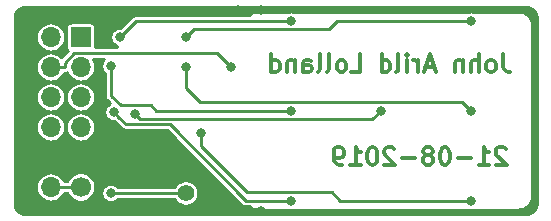
<source format=gbr>
G04 #@! TF.GenerationSoftware,KiCad,Pcbnew,(5.1.2)-2*
G04 #@! TF.CreationDate,2019-08-21T01:30:02+02:00*
G04 #@! TF.ProjectId,pmod-dice2,706d6f64-2d64-4696-9365-322e6b696361,rev?*
G04 #@! TF.SameCoordinates,Original*
G04 #@! TF.FileFunction,Copper,L2,Bot*
G04 #@! TF.FilePolarity,Positive*
%FSLAX46Y46*%
G04 Gerber Fmt 4.6, Leading zero omitted, Abs format (unit mm)*
G04 Created by KiCad (PCBNEW (5.1.2)-2) date 2019-08-21 01:30:02*
%MOMM*%
%LPD*%
G04 APERTURE LIST*
%ADD10C,0.300000*%
%ADD11C,1.400000*%
%ADD12C,1.700000*%
%ADD13O,1.700000X1.700000*%
%ADD14R,1.700000X1.700000*%
%ADD15C,0.800000*%
%ADD16C,0.250000*%
%ADD17C,0.254000*%
G04 APERTURE END LIST*
D10*
X63927714Y-26753428D02*
X63856285Y-26682000D01*
X63713428Y-26610571D01*
X63356285Y-26610571D01*
X63213428Y-26682000D01*
X63142000Y-26753428D01*
X63070571Y-26896285D01*
X63070571Y-27039142D01*
X63142000Y-27253428D01*
X63999142Y-28110571D01*
X63070571Y-28110571D01*
X61642000Y-28110571D02*
X62499142Y-28110571D01*
X62070571Y-28110571D02*
X62070571Y-26610571D01*
X62213428Y-26824857D01*
X62356285Y-26967714D01*
X62499142Y-27039142D01*
X60999142Y-27539142D02*
X59856285Y-27539142D01*
X58856285Y-26610571D02*
X58713428Y-26610571D01*
X58570571Y-26682000D01*
X58499142Y-26753428D01*
X58427714Y-26896285D01*
X58356285Y-27182000D01*
X58356285Y-27539142D01*
X58427714Y-27824857D01*
X58499142Y-27967714D01*
X58570571Y-28039142D01*
X58713428Y-28110571D01*
X58856285Y-28110571D01*
X58999142Y-28039142D01*
X59070571Y-27967714D01*
X59142000Y-27824857D01*
X59213428Y-27539142D01*
X59213428Y-27182000D01*
X59142000Y-26896285D01*
X59070571Y-26753428D01*
X58999142Y-26682000D01*
X58856285Y-26610571D01*
X57499142Y-27253428D02*
X57642000Y-27182000D01*
X57713428Y-27110571D01*
X57784857Y-26967714D01*
X57784857Y-26896285D01*
X57713428Y-26753428D01*
X57642000Y-26682000D01*
X57499142Y-26610571D01*
X57213428Y-26610571D01*
X57070571Y-26682000D01*
X56999142Y-26753428D01*
X56927714Y-26896285D01*
X56927714Y-26967714D01*
X56999142Y-27110571D01*
X57070571Y-27182000D01*
X57213428Y-27253428D01*
X57499142Y-27253428D01*
X57642000Y-27324857D01*
X57713428Y-27396285D01*
X57784857Y-27539142D01*
X57784857Y-27824857D01*
X57713428Y-27967714D01*
X57642000Y-28039142D01*
X57499142Y-28110571D01*
X57213428Y-28110571D01*
X57070571Y-28039142D01*
X56999142Y-27967714D01*
X56927714Y-27824857D01*
X56927714Y-27539142D01*
X56999142Y-27396285D01*
X57070571Y-27324857D01*
X57213428Y-27253428D01*
X56284857Y-27539142D02*
X55142000Y-27539142D01*
X54499142Y-26753428D02*
X54427714Y-26682000D01*
X54284857Y-26610571D01*
X53927714Y-26610571D01*
X53784857Y-26682000D01*
X53713428Y-26753428D01*
X53642000Y-26896285D01*
X53642000Y-27039142D01*
X53713428Y-27253428D01*
X54570571Y-28110571D01*
X53642000Y-28110571D01*
X52713428Y-26610571D02*
X52570571Y-26610571D01*
X52427714Y-26682000D01*
X52356285Y-26753428D01*
X52284857Y-26896285D01*
X52213428Y-27182000D01*
X52213428Y-27539142D01*
X52284857Y-27824857D01*
X52356285Y-27967714D01*
X52427714Y-28039142D01*
X52570571Y-28110571D01*
X52713428Y-28110571D01*
X52856285Y-28039142D01*
X52927714Y-27967714D01*
X52999142Y-27824857D01*
X53070571Y-27539142D01*
X53070571Y-27182000D01*
X52999142Y-26896285D01*
X52927714Y-26753428D01*
X52856285Y-26682000D01*
X52713428Y-26610571D01*
X50784857Y-28110571D02*
X51642000Y-28110571D01*
X51213428Y-28110571D02*
X51213428Y-26610571D01*
X51356285Y-26824857D01*
X51499142Y-26967714D01*
X51642000Y-27039142D01*
X50070571Y-28110571D02*
X49784857Y-28110571D01*
X49642000Y-28039142D01*
X49570571Y-27967714D01*
X49427714Y-27753428D01*
X49356285Y-27467714D01*
X49356285Y-26896285D01*
X49427714Y-26753428D01*
X49499142Y-26682000D01*
X49642000Y-26610571D01*
X49927714Y-26610571D01*
X50070571Y-26682000D01*
X50142000Y-26753428D01*
X50213428Y-26896285D01*
X50213428Y-27253428D01*
X50142000Y-27396285D01*
X50070571Y-27467714D01*
X49927714Y-27539142D01*
X49642000Y-27539142D01*
X49499142Y-27467714D01*
X49427714Y-27396285D01*
X49356285Y-27253428D01*
X63709142Y-18736571D02*
X63709142Y-19808000D01*
X63780571Y-20022285D01*
X63923428Y-20165142D01*
X64137714Y-20236571D01*
X64280571Y-20236571D01*
X62780571Y-20236571D02*
X62923428Y-20165142D01*
X62994857Y-20093714D01*
X63066285Y-19950857D01*
X63066285Y-19522285D01*
X62994857Y-19379428D01*
X62923428Y-19308000D01*
X62780571Y-19236571D01*
X62566285Y-19236571D01*
X62423428Y-19308000D01*
X62352000Y-19379428D01*
X62280571Y-19522285D01*
X62280571Y-19950857D01*
X62352000Y-20093714D01*
X62423428Y-20165142D01*
X62566285Y-20236571D01*
X62780571Y-20236571D01*
X61637714Y-20236571D02*
X61637714Y-18736571D01*
X60994857Y-20236571D02*
X60994857Y-19450857D01*
X61066285Y-19308000D01*
X61209142Y-19236571D01*
X61423428Y-19236571D01*
X61566285Y-19308000D01*
X61637714Y-19379428D01*
X60280571Y-19236571D02*
X60280571Y-20236571D01*
X60280571Y-19379428D02*
X60209142Y-19308000D01*
X60066285Y-19236571D01*
X59852000Y-19236571D01*
X59709142Y-19308000D01*
X59637714Y-19450857D01*
X59637714Y-20236571D01*
X57852000Y-19808000D02*
X57137714Y-19808000D01*
X57994857Y-20236571D02*
X57494857Y-18736571D01*
X56994857Y-20236571D01*
X56494857Y-20236571D02*
X56494857Y-19236571D01*
X56494857Y-19522285D02*
X56423428Y-19379428D01*
X56352000Y-19308000D01*
X56209142Y-19236571D01*
X56066285Y-19236571D01*
X55566285Y-20236571D02*
X55566285Y-19236571D01*
X55566285Y-18736571D02*
X55637714Y-18808000D01*
X55566285Y-18879428D01*
X55494857Y-18808000D01*
X55566285Y-18736571D01*
X55566285Y-18879428D01*
X54637714Y-20236571D02*
X54780571Y-20165142D01*
X54852000Y-20022285D01*
X54852000Y-18736571D01*
X53423428Y-20236571D02*
X53423428Y-18736571D01*
X53423428Y-20165142D02*
X53566285Y-20236571D01*
X53852000Y-20236571D01*
X53994857Y-20165142D01*
X54066285Y-20093714D01*
X54137714Y-19950857D01*
X54137714Y-19522285D01*
X54066285Y-19379428D01*
X53994857Y-19308000D01*
X53852000Y-19236571D01*
X53566285Y-19236571D01*
X53423428Y-19308000D01*
X50852000Y-20236571D02*
X51566285Y-20236571D01*
X51566285Y-18736571D01*
X50137714Y-20236571D02*
X50280571Y-20165142D01*
X50352000Y-20093714D01*
X50423428Y-19950857D01*
X50423428Y-19522285D01*
X50352000Y-19379428D01*
X50280571Y-19308000D01*
X50137714Y-19236571D01*
X49923428Y-19236571D01*
X49780571Y-19308000D01*
X49709142Y-19379428D01*
X49637714Y-19522285D01*
X49637714Y-19950857D01*
X49709142Y-20093714D01*
X49780571Y-20165142D01*
X49923428Y-20236571D01*
X50137714Y-20236571D01*
X48780571Y-20236571D02*
X48923428Y-20165142D01*
X48994857Y-20022285D01*
X48994857Y-18736571D01*
X47994857Y-20236571D02*
X48137714Y-20165142D01*
X48209142Y-20022285D01*
X48209142Y-18736571D01*
X46780571Y-20236571D02*
X46780571Y-19450857D01*
X46852000Y-19308000D01*
X46994857Y-19236571D01*
X47280571Y-19236571D01*
X47423428Y-19308000D01*
X46780571Y-20165142D02*
X46923428Y-20236571D01*
X47280571Y-20236571D01*
X47423428Y-20165142D01*
X47494857Y-20022285D01*
X47494857Y-19879428D01*
X47423428Y-19736571D01*
X47280571Y-19665142D01*
X46923428Y-19665142D01*
X46780571Y-19593714D01*
X46066285Y-19236571D02*
X46066285Y-20236571D01*
X46066285Y-19379428D02*
X45994857Y-19308000D01*
X45852000Y-19236571D01*
X45637714Y-19236571D01*
X45494857Y-19308000D01*
X45423428Y-19450857D01*
X45423428Y-20236571D01*
X44066285Y-20236571D02*
X44066285Y-18736571D01*
X44066285Y-20165142D02*
X44209142Y-20236571D01*
X44494857Y-20236571D01*
X44637714Y-20165142D01*
X44709142Y-20093714D01*
X44780571Y-19950857D01*
X44780571Y-19522285D01*
X44709142Y-19379428D01*
X44637714Y-19308000D01*
X44494857Y-19236571D01*
X44209142Y-19236571D01*
X44066285Y-19308000D01*
D11*
X36830000Y-27940000D03*
X36830000Y-30480000D03*
D12*
X27940000Y-29972000D03*
D13*
X25400000Y-29972000D03*
X27940000Y-27432000D03*
X25400000Y-27432000D03*
X27940000Y-24892000D03*
X25400000Y-24892000D03*
X27940000Y-22352000D03*
X25400000Y-22352000D03*
X27940000Y-19812000D03*
X25400000Y-19812000D03*
D14*
X27940000Y-17272000D03*
D13*
X25400000Y-17272000D03*
D15*
X43180000Y-14986000D03*
X41275000Y-14986000D03*
X41275000Y-32004000D03*
X43180000Y-32004000D03*
X30480000Y-30480000D03*
X31242000Y-17272000D03*
X36830000Y-19812000D03*
X60960000Y-23495000D03*
X45720000Y-15875000D03*
X45720000Y-23495000D03*
X30480000Y-19712600D03*
X45720000Y-31115000D03*
X30734000Y-23622000D03*
X32518200Y-23793500D03*
X53340000Y-23495000D03*
X60960000Y-15875000D03*
X36830000Y-17272000D03*
X60960000Y-31115000D03*
X38100000Y-25400000D03*
X40681500Y-19812000D03*
D16*
X36830000Y-30480000D02*
X35840051Y-30480000D01*
X35840051Y-30480000D02*
X30480000Y-30480000D01*
X26602081Y-27432000D02*
X27940000Y-27432000D01*
X25400000Y-27432000D02*
X26602081Y-27432000D01*
X32639000Y-15875000D02*
X31242000Y-17272000D01*
X45720000Y-15875000D02*
X32639000Y-15875000D01*
X45720000Y-23495000D02*
X38735000Y-23495000D01*
X38735000Y-23495000D02*
X34290000Y-23495000D01*
X33863499Y-23068499D02*
X31323499Y-23068499D01*
X34290000Y-23495000D02*
X33863499Y-23068499D01*
X31323499Y-23068499D02*
X30480000Y-22225000D01*
X30480000Y-22225000D02*
X30480000Y-19712600D01*
X31133999Y-24021999D02*
X30734000Y-23622000D01*
X31784310Y-24672310D02*
X31133999Y-24021999D01*
X35467310Y-24672310D02*
X31784310Y-24672310D01*
X41910000Y-31115000D02*
X35467310Y-24672310D01*
X45720000Y-31115000D02*
X41910000Y-31115000D01*
X53340000Y-23495000D02*
X52612700Y-24222300D01*
X52612700Y-24222300D02*
X32947000Y-24222300D01*
X32947000Y-24222300D02*
X32518200Y-23793500D01*
X60960000Y-15875000D02*
X49657000Y-15875000D01*
X48931999Y-16600001D02*
X37501999Y-16600001D01*
X49657000Y-15875000D02*
X48931999Y-16600001D01*
X37501999Y-16600001D02*
X36830000Y-17272000D01*
X60234999Y-22769999D02*
X60960000Y-23495000D01*
X38009999Y-22769999D02*
X60234999Y-22769999D01*
X36830000Y-19812000D02*
X36830000Y-21590000D01*
X36830000Y-21590000D02*
X38009999Y-22769999D01*
X60960000Y-31115000D02*
X49911000Y-31115000D01*
X49185999Y-30389999D02*
X42000001Y-30389999D01*
X49911000Y-31115000D02*
X49185999Y-30389999D01*
X42000001Y-30389999D02*
X38100000Y-26489998D01*
X38100000Y-26489998D02*
X38100000Y-25400000D01*
X26602081Y-29972000D02*
X27940000Y-29972000D01*
X25400000Y-29972000D02*
X26602081Y-29972000D01*
X26575300Y-19812000D02*
X26575300Y-19444600D01*
X26575300Y-19444600D02*
X27383200Y-18636700D01*
X27383200Y-18636700D02*
X39506200Y-18636700D01*
X39506200Y-18636700D02*
X40681500Y-19812000D01*
X25400000Y-19812000D02*
X26575300Y-19812000D01*
D17*
G36*
X65845189Y-14749376D02*
G01*
X66008850Y-14799022D01*
X66159672Y-14879638D01*
X66291870Y-14988130D01*
X66400362Y-15120328D01*
X66480978Y-15271150D01*
X66530624Y-15434811D01*
X66548000Y-15611234D01*
X66548000Y-31378766D01*
X66530624Y-31555189D01*
X66480978Y-31718850D01*
X66400362Y-31869672D01*
X66291870Y-32001870D01*
X66159672Y-32110362D01*
X66008850Y-32190978D01*
X65845189Y-32240624D01*
X65668766Y-32258000D01*
X23231234Y-32258000D01*
X23054811Y-32240624D01*
X22891150Y-32190978D01*
X22740328Y-32110362D01*
X22608130Y-32001870D01*
X22499638Y-31869672D01*
X22419022Y-31718850D01*
X22369376Y-31555189D01*
X22352000Y-31378766D01*
X22352000Y-29972000D01*
X24163044Y-29972000D01*
X24186812Y-30213318D01*
X24257202Y-30445363D01*
X24371509Y-30659216D01*
X24525340Y-30846660D01*
X24712784Y-31000491D01*
X24926637Y-31114798D01*
X25158682Y-31185188D01*
X25339528Y-31203000D01*
X25460472Y-31203000D01*
X25641318Y-31185188D01*
X25873363Y-31114798D01*
X26087216Y-31000491D01*
X26274660Y-30846660D01*
X26428491Y-30659216D01*
X26525353Y-30478000D01*
X26817168Y-30478000D01*
X26849102Y-30555097D01*
X26983820Y-30756717D01*
X27155283Y-30928180D01*
X27356903Y-31062898D01*
X27580931Y-31155693D01*
X27818757Y-31203000D01*
X28061243Y-31203000D01*
X28299069Y-31155693D01*
X28523097Y-31062898D01*
X28724717Y-30928180D01*
X28896180Y-30756717D01*
X29030898Y-30555097D01*
X29093866Y-30403078D01*
X29699000Y-30403078D01*
X29699000Y-30556922D01*
X29729013Y-30707809D01*
X29787887Y-30849942D01*
X29873358Y-30977859D01*
X29982141Y-31086642D01*
X30110058Y-31172113D01*
X30252191Y-31230987D01*
X30403078Y-31261000D01*
X30556922Y-31261000D01*
X30707809Y-31230987D01*
X30849942Y-31172113D01*
X30977859Y-31086642D01*
X31078501Y-30986000D01*
X35869527Y-30986000D01*
X35872031Y-30992045D01*
X35990333Y-31169097D01*
X36140903Y-31319667D01*
X36317955Y-31437969D01*
X36514684Y-31519457D01*
X36723531Y-31561000D01*
X36936469Y-31561000D01*
X37145316Y-31519457D01*
X37342045Y-31437969D01*
X37519097Y-31319667D01*
X37669667Y-31169097D01*
X37787969Y-30992045D01*
X37869457Y-30795316D01*
X37911000Y-30586469D01*
X37911000Y-30373531D01*
X37869457Y-30164684D01*
X37787969Y-29967955D01*
X37669667Y-29790903D01*
X37519097Y-29640333D01*
X37342045Y-29522031D01*
X37145316Y-29440543D01*
X36936469Y-29399000D01*
X36723531Y-29399000D01*
X36514684Y-29440543D01*
X36317955Y-29522031D01*
X36140903Y-29640333D01*
X35990333Y-29790903D01*
X35872031Y-29967955D01*
X35869527Y-29974000D01*
X31078501Y-29974000D01*
X30977859Y-29873358D01*
X30849942Y-29787887D01*
X30707809Y-29729013D01*
X30556922Y-29699000D01*
X30403078Y-29699000D01*
X30252191Y-29729013D01*
X30110058Y-29787887D01*
X29982141Y-29873358D01*
X29873358Y-29982141D01*
X29787887Y-30110058D01*
X29729013Y-30252191D01*
X29699000Y-30403078D01*
X29093866Y-30403078D01*
X29123693Y-30331069D01*
X29171000Y-30093243D01*
X29171000Y-29850757D01*
X29123693Y-29612931D01*
X29030898Y-29388903D01*
X28896180Y-29187283D01*
X28724717Y-29015820D01*
X28523097Y-28881102D01*
X28299069Y-28788307D01*
X28061243Y-28741000D01*
X27818757Y-28741000D01*
X27580931Y-28788307D01*
X27356903Y-28881102D01*
X27155283Y-29015820D01*
X26983820Y-29187283D01*
X26849102Y-29388903D01*
X26817168Y-29466000D01*
X26525353Y-29466000D01*
X26428491Y-29284784D01*
X26274660Y-29097340D01*
X26087216Y-28943509D01*
X25873363Y-28829202D01*
X25641318Y-28758812D01*
X25460472Y-28741000D01*
X25339528Y-28741000D01*
X25158682Y-28758812D01*
X24926637Y-28829202D01*
X24712784Y-28943509D01*
X24525340Y-29097340D01*
X24371509Y-29284784D01*
X24257202Y-29498637D01*
X24186812Y-29730682D01*
X24163044Y-29972000D01*
X22352000Y-29972000D01*
X22352000Y-24892000D01*
X24163044Y-24892000D01*
X24186812Y-25133318D01*
X24257202Y-25365363D01*
X24371509Y-25579216D01*
X24525340Y-25766660D01*
X24712784Y-25920491D01*
X24926637Y-26034798D01*
X25158682Y-26105188D01*
X25339528Y-26123000D01*
X25460472Y-26123000D01*
X25641318Y-26105188D01*
X25873363Y-26034798D01*
X26087216Y-25920491D01*
X26274660Y-25766660D01*
X26428491Y-25579216D01*
X26542798Y-25365363D01*
X26613188Y-25133318D01*
X26636956Y-24892000D01*
X26703044Y-24892000D01*
X26726812Y-25133318D01*
X26797202Y-25365363D01*
X26911509Y-25579216D01*
X27065340Y-25766660D01*
X27252784Y-25920491D01*
X27466637Y-26034798D01*
X27698682Y-26105188D01*
X27879528Y-26123000D01*
X28000472Y-26123000D01*
X28181318Y-26105188D01*
X28413363Y-26034798D01*
X28627216Y-25920491D01*
X28814660Y-25766660D01*
X28968491Y-25579216D01*
X29082798Y-25365363D01*
X29153188Y-25133318D01*
X29176956Y-24892000D01*
X29153188Y-24650682D01*
X29082798Y-24418637D01*
X28968491Y-24204784D01*
X28814660Y-24017340D01*
X28627216Y-23863509D01*
X28413363Y-23749202D01*
X28181318Y-23678812D01*
X28000472Y-23661000D01*
X27879528Y-23661000D01*
X27698682Y-23678812D01*
X27466637Y-23749202D01*
X27252784Y-23863509D01*
X27065340Y-24017340D01*
X26911509Y-24204784D01*
X26797202Y-24418637D01*
X26726812Y-24650682D01*
X26703044Y-24892000D01*
X26636956Y-24892000D01*
X26613188Y-24650682D01*
X26542798Y-24418637D01*
X26428491Y-24204784D01*
X26274660Y-24017340D01*
X26087216Y-23863509D01*
X25873363Y-23749202D01*
X25641318Y-23678812D01*
X25460472Y-23661000D01*
X25339528Y-23661000D01*
X25158682Y-23678812D01*
X24926637Y-23749202D01*
X24712784Y-23863509D01*
X24525340Y-24017340D01*
X24371509Y-24204784D01*
X24257202Y-24418637D01*
X24186812Y-24650682D01*
X24163044Y-24892000D01*
X22352000Y-24892000D01*
X22352000Y-22352000D01*
X24163044Y-22352000D01*
X24186812Y-22593318D01*
X24257202Y-22825363D01*
X24371509Y-23039216D01*
X24525340Y-23226660D01*
X24712784Y-23380491D01*
X24926637Y-23494798D01*
X25158682Y-23565188D01*
X25339528Y-23583000D01*
X25460472Y-23583000D01*
X25641318Y-23565188D01*
X25873363Y-23494798D01*
X26087216Y-23380491D01*
X26274660Y-23226660D01*
X26428491Y-23039216D01*
X26542798Y-22825363D01*
X26613188Y-22593318D01*
X26636956Y-22352000D01*
X26703044Y-22352000D01*
X26726812Y-22593318D01*
X26797202Y-22825363D01*
X26911509Y-23039216D01*
X27065340Y-23226660D01*
X27252784Y-23380491D01*
X27466637Y-23494798D01*
X27698682Y-23565188D01*
X27879528Y-23583000D01*
X28000472Y-23583000D01*
X28181318Y-23565188D01*
X28413363Y-23494798D01*
X28627216Y-23380491D01*
X28814660Y-23226660D01*
X28968491Y-23039216D01*
X29082798Y-22825363D01*
X29153188Y-22593318D01*
X29176956Y-22352000D01*
X29153188Y-22110682D01*
X29082798Y-21878637D01*
X28968491Y-21664784D01*
X28814660Y-21477340D01*
X28627216Y-21323509D01*
X28413363Y-21209202D01*
X28181318Y-21138812D01*
X28000472Y-21121000D01*
X27879528Y-21121000D01*
X27698682Y-21138812D01*
X27466637Y-21209202D01*
X27252784Y-21323509D01*
X27065340Y-21477340D01*
X26911509Y-21664784D01*
X26797202Y-21878637D01*
X26726812Y-22110682D01*
X26703044Y-22352000D01*
X26636956Y-22352000D01*
X26613188Y-22110682D01*
X26542798Y-21878637D01*
X26428491Y-21664784D01*
X26274660Y-21477340D01*
X26087216Y-21323509D01*
X25873363Y-21209202D01*
X25641318Y-21138812D01*
X25460472Y-21121000D01*
X25339528Y-21121000D01*
X25158682Y-21138812D01*
X24926637Y-21209202D01*
X24712784Y-21323509D01*
X24525340Y-21477340D01*
X24371509Y-21664784D01*
X24257202Y-21878637D01*
X24186812Y-22110682D01*
X24163044Y-22352000D01*
X22352000Y-22352000D01*
X22352000Y-19812000D01*
X24163044Y-19812000D01*
X24186812Y-20053318D01*
X24257202Y-20285363D01*
X24371509Y-20499216D01*
X24525340Y-20686660D01*
X24712784Y-20840491D01*
X24926637Y-20954798D01*
X25158682Y-21025188D01*
X25339528Y-21043000D01*
X25460472Y-21043000D01*
X25641318Y-21025188D01*
X25873363Y-20954798D01*
X26087216Y-20840491D01*
X26274660Y-20686660D01*
X26428491Y-20499216D01*
X26525353Y-20318000D01*
X26550446Y-20318000D01*
X26575300Y-20320448D01*
X26600154Y-20318000D01*
X26674493Y-20310678D01*
X26769875Y-20281745D01*
X26792445Y-20269681D01*
X26797202Y-20285363D01*
X26911509Y-20499216D01*
X27065340Y-20686660D01*
X27252784Y-20840491D01*
X27466637Y-20954798D01*
X27698682Y-21025188D01*
X27879528Y-21043000D01*
X28000472Y-21043000D01*
X28181318Y-21025188D01*
X28413363Y-20954798D01*
X28627216Y-20840491D01*
X28814660Y-20686660D01*
X28968491Y-20499216D01*
X29082798Y-20285363D01*
X29153188Y-20053318D01*
X29176956Y-19812000D01*
X29153188Y-19570682D01*
X29082798Y-19338637D01*
X28978067Y-19142700D01*
X29945399Y-19142700D01*
X29873358Y-19214741D01*
X29787887Y-19342658D01*
X29729013Y-19484791D01*
X29699000Y-19635678D01*
X29699000Y-19789522D01*
X29729013Y-19940409D01*
X29787887Y-20082542D01*
X29873358Y-20210459D01*
X29974001Y-20311102D01*
X29974000Y-22200154D01*
X29971553Y-22225000D01*
X29974000Y-22249846D01*
X29974000Y-22249853D01*
X29981322Y-22324192D01*
X30010255Y-22419574D01*
X30057241Y-22507479D01*
X30120473Y-22584527D01*
X30139785Y-22600376D01*
X30438472Y-22899063D01*
X30364058Y-22929887D01*
X30236141Y-23015358D01*
X30127358Y-23124141D01*
X30041887Y-23252058D01*
X29983013Y-23394191D01*
X29953000Y-23545078D01*
X29953000Y-23698922D01*
X29983013Y-23849809D01*
X30041887Y-23991942D01*
X30127358Y-24119859D01*
X30236141Y-24228642D01*
X30364058Y-24314113D01*
X30506191Y-24372987D01*
X30657078Y-24403000D01*
X30799409Y-24403000D01*
X31408938Y-25012530D01*
X31424783Y-25031837D01*
X31501831Y-25095069D01*
X31589735Y-25142055D01*
X31685117Y-25170988D01*
X31784310Y-25180758D01*
X31809164Y-25178310D01*
X35257719Y-25178310D01*
X41534628Y-31455220D01*
X41550473Y-31474527D01*
X41627521Y-31537759D01*
X41715425Y-31584745D01*
X41810807Y-31613678D01*
X41910000Y-31623448D01*
X41934854Y-31621000D01*
X42202406Y-31621000D01*
X42273862Y-31679642D01*
X42294563Y-31693474D01*
X42467450Y-31785884D01*
X42490451Y-31795412D01*
X42678044Y-31852317D01*
X42702462Y-31857173D01*
X42897552Y-31876388D01*
X42910000Y-31877000D01*
X45547558Y-31877000D01*
X45643078Y-31896000D01*
X45796922Y-31896000D01*
X45892442Y-31877000D01*
X60787558Y-31877000D01*
X60883078Y-31896000D01*
X61036922Y-31896000D01*
X61132442Y-31877000D01*
X65040000Y-31877000D01*
X65052448Y-31876388D01*
X65247538Y-31857173D01*
X65271956Y-31852317D01*
X65459549Y-31795412D01*
X65482550Y-31785884D01*
X65655437Y-31693474D01*
X65676138Y-31679642D01*
X65827675Y-31555279D01*
X65845279Y-31537675D01*
X65969642Y-31386138D01*
X65983474Y-31365437D01*
X66075884Y-31192550D01*
X66085412Y-31169549D01*
X66142317Y-30981956D01*
X66147173Y-30957538D01*
X66166388Y-30762448D01*
X66167000Y-30750000D01*
X66167000Y-16240000D01*
X66166388Y-16227552D01*
X66147173Y-16032462D01*
X66142317Y-16008044D01*
X66085412Y-15820451D01*
X66075884Y-15797450D01*
X65983474Y-15624563D01*
X65969642Y-15603862D01*
X65845279Y-15452325D01*
X65827675Y-15434721D01*
X65676138Y-15310358D01*
X65655437Y-15296526D01*
X65482550Y-15204116D01*
X65459549Y-15194588D01*
X65271956Y-15137683D01*
X65247538Y-15132827D01*
X65052448Y-15113612D01*
X65040000Y-15113000D01*
X61132442Y-15113000D01*
X61036922Y-15094000D01*
X60883078Y-15094000D01*
X60787558Y-15113000D01*
X45892442Y-15113000D01*
X45796922Y-15094000D01*
X45643078Y-15094000D01*
X45547558Y-15113000D01*
X42910000Y-15113000D01*
X42897552Y-15113612D01*
X42702462Y-15132827D01*
X42678044Y-15137683D01*
X42490451Y-15194588D01*
X42467450Y-15204116D01*
X42294563Y-15296526D01*
X42273862Y-15310358D01*
X42202406Y-15369000D01*
X32663845Y-15369000D01*
X32638999Y-15366553D01*
X32614153Y-15369000D01*
X32614146Y-15369000D01*
X32549694Y-15375348D01*
X32539806Y-15376322D01*
X32523841Y-15381165D01*
X32444425Y-15405255D01*
X32356521Y-15452241D01*
X32279473Y-15515473D01*
X32263628Y-15534780D01*
X31307409Y-16491000D01*
X31165078Y-16491000D01*
X31014191Y-16521013D01*
X30872058Y-16579887D01*
X30744141Y-16665358D01*
X30635358Y-16774141D01*
X30549887Y-16902058D01*
X30491013Y-17044191D01*
X30461000Y-17195078D01*
X30461000Y-17348922D01*
X30491013Y-17499809D01*
X30549887Y-17641942D01*
X30635358Y-17769859D01*
X30744141Y-17878642D01*
X30872058Y-17964113D01*
X30988000Y-18012138D01*
X30988000Y-18130700D01*
X29171986Y-18130700D01*
X29172843Y-18122000D01*
X29172843Y-16422000D01*
X29165487Y-16347311D01*
X29143701Y-16275492D01*
X29108322Y-16209304D01*
X29060711Y-16151289D01*
X29002696Y-16103678D01*
X28936508Y-16068299D01*
X28864689Y-16046513D01*
X28790000Y-16039157D01*
X27090000Y-16039157D01*
X27015311Y-16046513D01*
X26943492Y-16068299D01*
X26877304Y-16103678D01*
X26819289Y-16151289D01*
X26771678Y-16209304D01*
X26736299Y-16275492D01*
X26714513Y-16347311D01*
X26707157Y-16422000D01*
X26707157Y-18122000D01*
X26714513Y-18196689D01*
X26736299Y-18268508D01*
X26771678Y-18334696D01*
X26819289Y-18392711D01*
X26869989Y-18434319D01*
X26316269Y-18988040D01*
X26274660Y-18937340D01*
X26087216Y-18783509D01*
X25873363Y-18669202D01*
X25641318Y-18598812D01*
X25460472Y-18581000D01*
X25339528Y-18581000D01*
X25158682Y-18598812D01*
X24926637Y-18669202D01*
X24712784Y-18783509D01*
X24525340Y-18937340D01*
X24371509Y-19124784D01*
X24257202Y-19338637D01*
X24186812Y-19570682D01*
X24163044Y-19812000D01*
X22352000Y-19812000D01*
X22352000Y-17272000D01*
X24163044Y-17272000D01*
X24186812Y-17513318D01*
X24257202Y-17745363D01*
X24371509Y-17959216D01*
X24525340Y-18146660D01*
X24712784Y-18300491D01*
X24926637Y-18414798D01*
X25158682Y-18485188D01*
X25339528Y-18503000D01*
X25460472Y-18503000D01*
X25641318Y-18485188D01*
X25873363Y-18414798D01*
X26087216Y-18300491D01*
X26274660Y-18146660D01*
X26428491Y-17959216D01*
X26542798Y-17745363D01*
X26613188Y-17513318D01*
X26636956Y-17272000D01*
X26613188Y-17030682D01*
X26542798Y-16798637D01*
X26428491Y-16584784D01*
X26274660Y-16397340D01*
X26087216Y-16243509D01*
X25873363Y-16129202D01*
X25641318Y-16058812D01*
X25460472Y-16041000D01*
X25339528Y-16041000D01*
X25158682Y-16058812D01*
X24926637Y-16129202D01*
X24712784Y-16243509D01*
X24525340Y-16397340D01*
X24371509Y-16584784D01*
X24257202Y-16798637D01*
X24186812Y-17030682D01*
X24163044Y-17272000D01*
X22352000Y-17272000D01*
X22352000Y-15611234D01*
X22369376Y-15434811D01*
X22419022Y-15271150D01*
X22499638Y-15120328D01*
X22608130Y-14988130D01*
X22740328Y-14879638D01*
X22891150Y-14799022D01*
X23054811Y-14749376D01*
X23231234Y-14732000D01*
X65668766Y-14732000D01*
X65845189Y-14749376D01*
X65845189Y-14749376D01*
G37*
X65845189Y-14749376D02*
X66008850Y-14799022D01*
X66159672Y-14879638D01*
X66291870Y-14988130D01*
X66400362Y-15120328D01*
X66480978Y-15271150D01*
X66530624Y-15434811D01*
X66548000Y-15611234D01*
X66548000Y-31378766D01*
X66530624Y-31555189D01*
X66480978Y-31718850D01*
X66400362Y-31869672D01*
X66291870Y-32001870D01*
X66159672Y-32110362D01*
X66008850Y-32190978D01*
X65845189Y-32240624D01*
X65668766Y-32258000D01*
X23231234Y-32258000D01*
X23054811Y-32240624D01*
X22891150Y-32190978D01*
X22740328Y-32110362D01*
X22608130Y-32001870D01*
X22499638Y-31869672D01*
X22419022Y-31718850D01*
X22369376Y-31555189D01*
X22352000Y-31378766D01*
X22352000Y-29972000D01*
X24163044Y-29972000D01*
X24186812Y-30213318D01*
X24257202Y-30445363D01*
X24371509Y-30659216D01*
X24525340Y-30846660D01*
X24712784Y-31000491D01*
X24926637Y-31114798D01*
X25158682Y-31185188D01*
X25339528Y-31203000D01*
X25460472Y-31203000D01*
X25641318Y-31185188D01*
X25873363Y-31114798D01*
X26087216Y-31000491D01*
X26274660Y-30846660D01*
X26428491Y-30659216D01*
X26525353Y-30478000D01*
X26817168Y-30478000D01*
X26849102Y-30555097D01*
X26983820Y-30756717D01*
X27155283Y-30928180D01*
X27356903Y-31062898D01*
X27580931Y-31155693D01*
X27818757Y-31203000D01*
X28061243Y-31203000D01*
X28299069Y-31155693D01*
X28523097Y-31062898D01*
X28724717Y-30928180D01*
X28896180Y-30756717D01*
X29030898Y-30555097D01*
X29093866Y-30403078D01*
X29699000Y-30403078D01*
X29699000Y-30556922D01*
X29729013Y-30707809D01*
X29787887Y-30849942D01*
X29873358Y-30977859D01*
X29982141Y-31086642D01*
X30110058Y-31172113D01*
X30252191Y-31230987D01*
X30403078Y-31261000D01*
X30556922Y-31261000D01*
X30707809Y-31230987D01*
X30849942Y-31172113D01*
X30977859Y-31086642D01*
X31078501Y-30986000D01*
X35869527Y-30986000D01*
X35872031Y-30992045D01*
X35990333Y-31169097D01*
X36140903Y-31319667D01*
X36317955Y-31437969D01*
X36514684Y-31519457D01*
X36723531Y-31561000D01*
X36936469Y-31561000D01*
X37145316Y-31519457D01*
X37342045Y-31437969D01*
X37519097Y-31319667D01*
X37669667Y-31169097D01*
X37787969Y-30992045D01*
X37869457Y-30795316D01*
X37911000Y-30586469D01*
X37911000Y-30373531D01*
X37869457Y-30164684D01*
X37787969Y-29967955D01*
X37669667Y-29790903D01*
X37519097Y-29640333D01*
X37342045Y-29522031D01*
X37145316Y-29440543D01*
X36936469Y-29399000D01*
X36723531Y-29399000D01*
X36514684Y-29440543D01*
X36317955Y-29522031D01*
X36140903Y-29640333D01*
X35990333Y-29790903D01*
X35872031Y-29967955D01*
X35869527Y-29974000D01*
X31078501Y-29974000D01*
X30977859Y-29873358D01*
X30849942Y-29787887D01*
X30707809Y-29729013D01*
X30556922Y-29699000D01*
X30403078Y-29699000D01*
X30252191Y-29729013D01*
X30110058Y-29787887D01*
X29982141Y-29873358D01*
X29873358Y-29982141D01*
X29787887Y-30110058D01*
X29729013Y-30252191D01*
X29699000Y-30403078D01*
X29093866Y-30403078D01*
X29123693Y-30331069D01*
X29171000Y-30093243D01*
X29171000Y-29850757D01*
X29123693Y-29612931D01*
X29030898Y-29388903D01*
X28896180Y-29187283D01*
X28724717Y-29015820D01*
X28523097Y-28881102D01*
X28299069Y-28788307D01*
X28061243Y-28741000D01*
X27818757Y-28741000D01*
X27580931Y-28788307D01*
X27356903Y-28881102D01*
X27155283Y-29015820D01*
X26983820Y-29187283D01*
X26849102Y-29388903D01*
X26817168Y-29466000D01*
X26525353Y-29466000D01*
X26428491Y-29284784D01*
X26274660Y-29097340D01*
X26087216Y-28943509D01*
X25873363Y-28829202D01*
X25641318Y-28758812D01*
X25460472Y-28741000D01*
X25339528Y-28741000D01*
X25158682Y-28758812D01*
X24926637Y-28829202D01*
X24712784Y-28943509D01*
X24525340Y-29097340D01*
X24371509Y-29284784D01*
X24257202Y-29498637D01*
X24186812Y-29730682D01*
X24163044Y-29972000D01*
X22352000Y-29972000D01*
X22352000Y-24892000D01*
X24163044Y-24892000D01*
X24186812Y-25133318D01*
X24257202Y-25365363D01*
X24371509Y-25579216D01*
X24525340Y-25766660D01*
X24712784Y-25920491D01*
X24926637Y-26034798D01*
X25158682Y-26105188D01*
X25339528Y-26123000D01*
X25460472Y-26123000D01*
X25641318Y-26105188D01*
X25873363Y-26034798D01*
X26087216Y-25920491D01*
X26274660Y-25766660D01*
X26428491Y-25579216D01*
X26542798Y-25365363D01*
X26613188Y-25133318D01*
X26636956Y-24892000D01*
X26703044Y-24892000D01*
X26726812Y-25133318D01*
X26797202Y-25365363D01*
X26911509Y-25579216D01*
X27065340Y-25766660D01*
X27252784Y-25920491D01*
X27466637Y-26034798D01*
X27698682Y-26105188D01*
X27879528Y-26123000D01*
X28000472Y-26123000D01*
X28181318Y-26105188D01*
X28413363Y-26034798D01*
X28627216Y-25920491D01*
X28814660Y-25766660D01*
X28968491Y-25579216D01*
X29082798Y-25365363D01*
X29153188Y-25133318D01*
X29176956Y-24892000D01*
X29153188Y-24650682D01*
X29082798Y-24418637D01*
X28968491Y-24204784D01*
X28814660Y-24017340D01*
X28627216Y-23863509D01*
X28413363Y-23749202D01*
X28181318Y-23678812D01*
X28000472Y-23661000D01*
X27879528Y-23661000D01*
X27698682Y-23678812D01*
X27466637Y-23749202D01*
X27252784Y-23863509D01*
X27065340Y-24017340D01*
X26911509Y-24204784D01*
X26797202Y-24418637D01*
X26726812Y-24650682D01*
X26703044Y-24892000D01*
X26636956Y-24892000D01*
X26613188Y-24650682D01*
X26542798Y-24418637D01*
X26428491Y-24204784D01*
X26274660Y-24017340D01*
X26087216Y-23863509D01*
X25873363Y-23749202D01*
X25641318Y-23678812D01*
X25460472Y-23661000D01*
X25339528Y-23661000D01*
X25158682Y-23678812D01*
X24926637Y-23749202D01*
X24712784Y-23863509D01*
X24525340Y-24017340D01*
X24371509Y-24204784D01*
X24257202Y-24418637D01*
X24186812Y-24650682D01*
X24163044Y-24892000D01*
X22352000Y-24892000D01*
X22352000Y-22352000D01*
X24163044Y-22352000D01*
X24186812Y-22593318D01*
X24257202Y-22825363D01*
X24371509Y-23039216D01*
X24525340Y-23226660D01*
X24712784Y-23380491D01*
X24926637Y-23494798D01*
X25158682Y-23565188D01*
X25339528Y-23583000D01*
X25460472Y-23583000D01*
X25641318Y-23565188D01*
X25873363Y-23494798D01*
X26087216Y-23380491D01*
X26274660Y-23226660D01*
X26428491Y-23039216D01*
X26542798Y-22825363D01*
X26613188Y-22593318D01*
X26636956Y-22352000D01*
X26703044Y-22352000D01*
X26726812Y-22593318D01*
X26797202Y-22825363D01*
X26911509Y-23039216D01*
X27065340Y-23226660D01*
X27252784Y-23380491D01*
X27466637Y-23494798D01*
X27698682Y-23565188D01*
X27879528Y-23583000D01*
X28000472Y-23583000D01*
X28181318Y-23565188D01*
X28413363Y-23494798D01*
X28627216Y-23380491D01*
X28814660Y-23226660D01*
X28968491Y-23039216D01*
X29082798Y-22825363D01*
X29153188Y-22593318D01*
X29176956Y-22352000D01*
X29153188Y-22110682D01*
X29082798Y-21878637D01*
X28968491Y-21664784D01*
X28814660Y-21477340D01*
X28627216Y-21323509D01*
X28413363Y-21209202D01*
X28181318Y-21138812D01*
X28000472Y-21121000D01*
X27879528Y-21121000D01*
X27698682Y-21138812D01*
X27466637Y-21209202D01*
X27252784Y-21323509D01*
X27065340Y-21477340D01*
X26911509Y-21664784D01*
X26797202Y-21878637D01*
X26726812Y-22110682D01*
X26703044Y-22352000D01*
X26636956Y-22352000D01*
X26613188Y-22110682D01*
X26542798Y-21878637D01*
X26428491Y-21664784D01*
X26274660Y-21477340D01*
X26087216Y-21323509D01*
X25873363Y-21209202D01*
X25641318Y-21138812D01*
X25460472Y-21121000D01*
X25339528Y-21121000D01*
X25158682Y-21138812D01*
X24926637Y-21209202D01*
X24712784Y-21323509D01*
X24525340Y-21477340D01*
X24371509Y-21664784D01*
X24257202Y-21878637D01*
X24186812Y-22110682D01*
X24163044Y-22352000D01*
X22352000Y-22352000D01*
X22352000Y-19812000D01*
X24163044Y-19812000D01*
X24186812Y-20053318D01*
X24257202Y-20285363D01*
X24371509Y-20499216D01*
X24525340Y-20686660D01*
X24712784Y-20840491D01*
X24926637Y-20954798D01*
X25158682Y-21025188D01*
X25339528Y-21043000D01*
X25460472Y-21043000D01*
X25641318Y-21025188D01*
X25873363Y-20954798D01*
X26087216Y-20840491D01*
X26274660Y-20686660D01*
X26428491Y-20499216D01*
X26525353Y-20318000D01*
X26550446Y-20318000D01*
X26575300Y-20320448D01*
X26600154Y-20318000D01*
X26674493Y-20310678D01*
X26769875Y-20281745D01*
X26792445Y-20269681D01*
X26797202Y-20285363D01*
X26911509Y-20499216D01*
X27065340Y-20686660D01*
X27252784Y-20840491D01*
X27466637Y-20954798D01*
X27698682Y-21025188D01*
X27879528Y-21043000D01*
X28000472Y-21043000D01*
X28181318Y-21025188D01*
X28413363Y-20954798D01*
X28627216Y-20840491D01*
X28814660Y-20686660D01*
X28968491Y-20499216D01*
X29082798Y-20285363D01*
X29153188Y-20053318D01*
X29176956Y-19812000D01*
X29153188Y-19570682D01*
X29082798Y-19338637D01*
X28978067Y-19142700D01*
X29945399Y-19142700D01*
X29873358Y-19214741D01*
X29787887Y-19342658D01*
X29729013Y-19484791D01*
X29699000Y-19635678D01*
X29699000Y-19789522D01*
X29729013Y-19940409D01*
X29787887Y-20082542D01*
X29873358Y-20210459D01*
X29974001Y-20311102D01*
X29974000Y-22200154D01*
X29971553Y-22225000D01*
X29974000Y-22249846D01*
X29974000Y-22249853D01*
X29981322Y-22324192D01*
X30010255Y-22419574D01*
X30057241Y-22507479D01*
X30120473Y-22584527D01*
X30139785Y-22600376D01*
X30438472Y-22899063D01*
X30364058Y-22929887D01*
X30236141Y-23015358D01*
X30127358Y-23124141D01*
X30041887Y-23252058D01*
X29983013Y-23394191D01*
X29953000Y-23545078D01*
X29953000Y-23698922D01*
X29983013Y-23849809D01*
X30041887Y-23991942D01*
X30127358Y-24119859D01*
X30236141Y-24228642D01*
X30364058Y-24314113D01*
X30506191Y-24372987D01*
X30657078Y-24403000D01*
X30799409Y-24403000D01*
X31408938Y-25012530D01*
X31424783Y-25031837D01*
X31501831Y-25095069D01*
X31589735Y-25142055D01*
X31685117Y-25170988D01*
X31784310Y-25180758D01*
X31809164Y-25178310D01*
X35257719Y-25178310D01*
X41534628Y-31455220D01*
X41550473Y-31474527D01*
X41627521Y-31537759D01*
X41715425Y-31584745D01*
X41810807Y-31613678D01*
X41910000Y-31623448D01*
X41934854Y-31621000D01*
X42202406Y-31621000D01*
X42273862Y-31679642D01*
X42294563Y-31693474D01*
X42467450Y-31785884D01*
X42490451Y-31795412D01*
X42678044Y-31852317D01*
X42702462Y-31857173D01*
X42897552Y-31876388D01*
X42910000Y-31877000D01*
X45547558Y-31877000D01*
X45643078Y-31896000D01*
X45796922Y-31896000D01*
X45892442Y-31877000D01*
X60787558Y-31877000D01*
X60883078Y-31896000D01*
X61036922Y-31896000D01*
X61132442Y-31877000D01*
X65040000Y-31877000D01*
X65052448Y-31876388D01*
X65247538Y-31857173D01*
X65271956Y-31852317D01*
X65459549Y-31795412D01*
X65482550Y-31785884D01*
X65655437Y-31693474D01*
X65676138Y-31679642D01*
X65827675Y-31555279D01*
X65845279Y-31537675D01*
X65969642Y-31386138D01*
X65983474Y-31365437D01*
X66075884Y-31192550D01*
X66085412Y-31169549D01*
X66142317Y-30981956D01*
X66147173Y-30957538D01*
X66166388Y-30762448D01*
X66167000Y-30750000D01*
X66167000Y-16240000D01*
X66166388Y-16227552D01*
X66147173Y-16032462D01*
X66142317Y-16008044D01*
X66085412Y-15820451D01*
X66075884Y-15797450D01*
X65983474Y-15624563D01*
X65969642Y-15603862D01*
X65845279Y-15452325D01*
X65827675Y-15434721D01*
X65676138Y-15310358D01*
X65655437Y-15296526D01*
X65482550Y-15204116D01*
X65459549Y-15194588D01*
X65271956Y-15137683D01*
X65247538Y-15132827D01*
X65052448Y-15113612D01*
X65040000Y-15113000D01*
X61132442Y-15113000D01*
X61036922Y-15094000D01*
X60883078Y-15094000D01*
X60787558Y-15113000D01*
X45892442Y-15113000D01*
X45796922Y-15094000D01*
X45643078Y-15094000D01*
X45547558Y-15113000D01*
X42910000Y-15113000D01*
X42897552Y-15113612D01*
X42702462Y-15132827D01*
X42678044Y-15137683D01*
X42490451Y-15194588D01*
X42467450Y-15204116D01*
X42294563Y-15296526D01*
X42273862Y-15310358D01*
X42202406Y-15369000D01*
X32663845Y-15369000D01*
X32638999Y-15366553D01*
X32614153Y-15369000D01*
X32614146Y-15369000D01*
X32549694Y-15375348D01*
X32539806Y-15376322D01*
X32523841Y-15381165D01*
X32444425Y-15405255D01*
X32356521Y-15452241D01*
X32279473Y-15515473D01*
X32263628Y-15534780D01*
X31307409Y-16491000D01*
X31165078Y-16491000D01*
X31014191Y-16521013D01*
X30872058Y-16579887D01*
X30744141Y-16665358D01*
X30635358Y-16774141D01*
X30549887Y-16902058D01*
X30491013Y-17044191D01*
X30461000Y-17195078D01*
X30461000Y-17348922D01*
X30491013Y-17499809D01*
X30549887Y-17641942D01*
X30635358Y-17769859D01*
X30744141Y-17878642D01*
X30872058Y-17964113D01*
X30988000Y-18012138D01*
X30988000Y-18130700D01*
X29171986Y-18130700D01*
X29172843Y-18122000D01*
X29172843Y-16422000D01*
X29165487Y-16347311D01*
X29143701Y-16275492D01*
X29108322Y-16209304D01*
X29060711Y-16151289D01*
X29002696Y-16103678D01*
X28936508Y-16068299D01*
X28864689Y-16046513D01*
X28790000Y-16039157D01*
X27090000Y-16039157D01*
X27015311Y-16046513D01*
X26943492Y-16068299D01*
X26877304Y-16103678D01*
X26819289Y-16151289D01*
X26771678Y-16209304D01*
X26736299Y-16275492D01*
X26714513Y-16347311D01*
X26707157Y-16422000D01*
X26707157Y-18122000D01*
X26714513Y-18196689D01*
X26736299Y-18268508D01*
X26771678Y-18334696D01*
X26819289Y-18392711D01*
X26869989Y-18434319D01*
X26316269Y-18988040D01*
X26274660Y-18937340D01*
X26087216Y-18783509D01*
X25873363Y-18669202D01*
X25641318Y-18598812D01*
X25460472Y-18581000D01*
X25339528Y-18581000D01*
X25158682Y-18598812D01*
X24926637Y-18669202D01*
X24712784Y-18783509D01*
X24525340Y-18937340D01*
X24371509Y-19124784D01*
X24257202Y-19338637D01*
X24186812Y-19570682D01*
X24163044Y-19812000D01*
X22352000Y-19812000D01*
X22352000Y-17272000D01*
X24163044Y-17272000D01*
X24186812Y-17513318D01*
X24257202Y-17745363D01*
X24371509Y-17959216D01*
X24525340Y-18146660D01*
X24712784Y-18300491D01*
X24926637Y-18414798D01*
X25158682Y-18485188D01*
X25339528Y-18503000D01*
X25460472Y-18503000D01*
X25641318Y-18485188D01*
X25873363Y-18414798D01*
X26087216Y-18300491D01*
X26274660Y-18146660D01*
X26428491Y-17959216D01*
X26542798Y-17745363D01*
X26613188Y-17513318D01*
X26636956Y-17272000D01*
X26613188Y-17030682D01*
X26542798Y-16798637D01*
X26428491Y-16584784D01*
X26274660Y-16397340D01*
X26087216Y-16243509D01*
X25873363Y-16129202D01*
X25641318Y-16058812D01*
X25460472Y-16041000D01*
X25339528Y-16041000D01*
X25158682Y-16058812D01*
X24926637Y-16129202D01*
X24712784Y-16243509D01*
X24525340Y-16397340D01*
X24371509Y-16584784D01*
X24257202Y-16798637D01*
X24186812Y-17030682D01*
X24163044Y-17272000D01*
X22352000Y-17272000D01*
X22352000Y-15611234D01*
X22369376Y-15434811D01*
X22419022Y-15271150D01*
X22499638Y-15120328D01*
X22608130Y-14988130D01*
X22740328Y-14879638D01*
X22891150Y-14799022D01*
X23054811Y-14749376D01*
X23231234Y-14732000D01*
X65668766Y-14732000D01*
X65845189Y-14749376D01*
M02*

</source>
